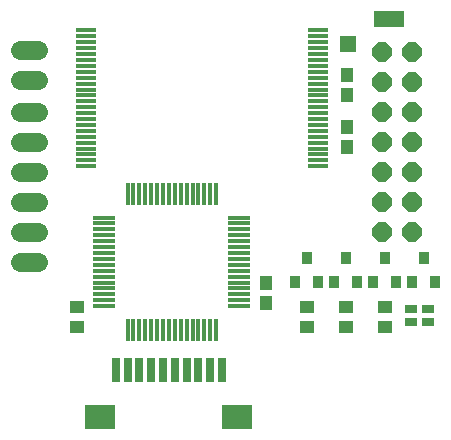
<source format=gbr>
G04 EAGLE Gerber RS-274X export*
G75*
%MOMM*%
%FSLAX34Y34*%
%LPD*%
%INSoldermask Top*%
%IPPOS*%
%AMOC8*
5,1,8,0,0,1.08239X$1,22.5*%
G01*
%ADD10R,1.889900X0.464800*%
%ADD11R,0.464800X1.889900*%
%ADD12R,1.738000X0.401600*%
%ADD13C,1.625600*%
%ADD14R,1.101600X1.201600*%
%ADD15R,2.641600X1.371600*%
%ADD16R,1.201600X1.101600*%
%ADD17R,0.889000X0.990600*%
%ADD18R,1.001600X0.751600*%
%ADD19R,0.701600X2.101600*%
%ADD20R,2.601600X2.101600*%
%ADD21P,1.759533X8X112.500000*%
%ADD22R,1.401600X1.401600*%


D10*
X88784Y183550D03*
X88784Y178550D03*
X88784Y173550D03*
X88784Y168550D03*
X88784Y163550D03*
X88784Y158550D03*
X88784Y153550D03*
X88784Y148550D03*
X88784Y143550D03*
X88784Y138550D03*
X88784Y133550D03*
X88784Y128550D03*
X88784Y123550D03*
X88784Y118550D03*
X88784Y113550D03*
X88784Y108550D03*
D11*
X108550Y88784D03*
X113550Y88784D03*
X118550Y88784D03*
X123550Y88784D03*
X128550Y88784D03*
X133550Y88784D03*
X138550Y88784D03*
X143550Y88784D03*
X148550Y88784D03*
X153550Y88784D03*
X158550Y88784D03*
X163550Y88784D03*
X168550Y88784D03*
X173550Y88784D03*
X178550Y88784D03*
X183550Y88784D03*
D10*
X203316Y108550D03*
X203316Y113550D03*
X203316Y118550D03*
X203316Y123550D03*
X203316Y128550D03*
X203316Y133550D03*
X203316Y138550D03*
X203316Y143550D03*
X203316Y148550D03*
X203316Y153550D03*
X203316Y158550D03*
X203316Y163550D03*
X203316Y168550D03*
X203316Y173550D03*
X203316Y178550D03*
X203316Y183550D03*
D11*
X183550Y203316D03*
X178550Y203316D03*
X173550Y203316D03*
X168550Y203316D03*
X163550Y203316D03*
X158550Y203316D03*
X153550Y203316D03*
X148550Y203316D03*
X143550Y203316D03*
X138550Y203316D03*
X133550Y203316D03*
X128550Y203316D03*
X123550Y203316D03*
X118550Y203316D03*
X113550Y203316D03*
X108550Y203316D03*
D12*
X73056Y341980D03*
X73056Y336980D03*
X73056Y331980D03*
X73056Y326980D03*
X73056Y321980D03*
X73056Y316980D03*
X73056Y311980D03*
X73056Y306980D03*
X73056Y301980D03*
X73056Y296980D03*
X73056Y291980D03*
X73056Y286980D03*
X73056Y281980D03*
X73056Y276980D03*
X73056Y271980D03*
X73056Y266980D03*
X73056Y261980D03*
X73056Y256980D03*
X73056Y251980D03*
X73056Y246980D03*
X73056Y241980D03*
X73056Y236980D03*
X73056Y231980D03*
X73056Y226980D03*
X269844Y226980D03*
X269844Y231980D03*
X269844Y236980D03*
X269844Y241980D03*
X269844Y246980D03*
X269844Y251980D03*
X269844Y256980D03*
X269844Y261980D03*
X269844Y266980D03*
X269844Y271980D03*
X269844Y276980D03*
X269844Y281980D03*
X269844Y286980D03*
X269844Y291980D03*
X269844Y296980D03*
X269844Y301980D03*
X269844Y306980D03*
X269844Y311980D03*
X269844Y316980D03*
X269844Y321980D03*
X269844Y326980D03*
X269844Y331980D03*
X269844Y336980D03*
X269844Y341980D03*
D13*
X33020Y146050D02*
X17780Y146050D01*
X17780Y171450D02*
X33020Y171450D01*
X33020Y196850D02*
X17780Y196850D01*
X17780Y222250D02*
X33020Y222250D01*
X33020Y247650D02*
X17780Y247650D01*
X17780Y273050D02*
X33020Y273050D01*
X33020Y300025D02*
X17780Y300025D01*
X17780Y325425D02*
X33020Y325425D01*
D14*
X226060Y127880D03*
X226060Y110880D03*
X294640Y287410D03*
X294640Y304410D03*
X294640Y259960D03*
X294640Y242960D03*
D15*
X330200Y351790D03*
D16*
X66040Y107560D03*
X66040Y90560D03*
D17*
X316484Y128905D03*
X335788Y128905D03*
X326136Y149225D03*
D16*
X260350Y91195D03*
X260350Y108195D03*
X293370Y91195D03*
X293370Y108195D03*
X326390Y91195D03*
X326390Y108195D03*
D18*
X348600Y94830D03*
X362600Y94830D03*
X348600Y105830D03*
X362600Y105830D03*
D17*
X283464Y128905D03*
X302768Y128905D03*
X293116Y149225D03*
X349504Y128905D03*
X368808Y128905D03*
X359156Y149225D03*
X250444Y128905D03*
X269748Y128905D03*
X260096Y149225D03*
D19*
X98510Y54610D03*
X108510Y54610D03*
X118510Y54610D03*
X128510Y54610D03*
X138510Y54610D03*
X148510Y54610D03*
X158510Y54610D03*
X168510Y54610D03*
X178510Y54610D03*
X188510Y54610D03*
D20*
X201510Y14610D03*
X85510Y14610D03*
D21*
X349250Y171450D03*
X323850Y171450D03*
X349250Y196850D03*
X323850Y196850D03*
X349250Y222250D03*
X323850Y222250D03*
X349250Y247650D03*
X323850Y247650D03*
X349250Y273050D03*
X323850Y273050D03*
X349250Y298450D03*
X323850Y298450D03*
X349250Y323850D03*
X323850Y323850D03*
D22*
X295275Y330200D03*
M02*

</source>
